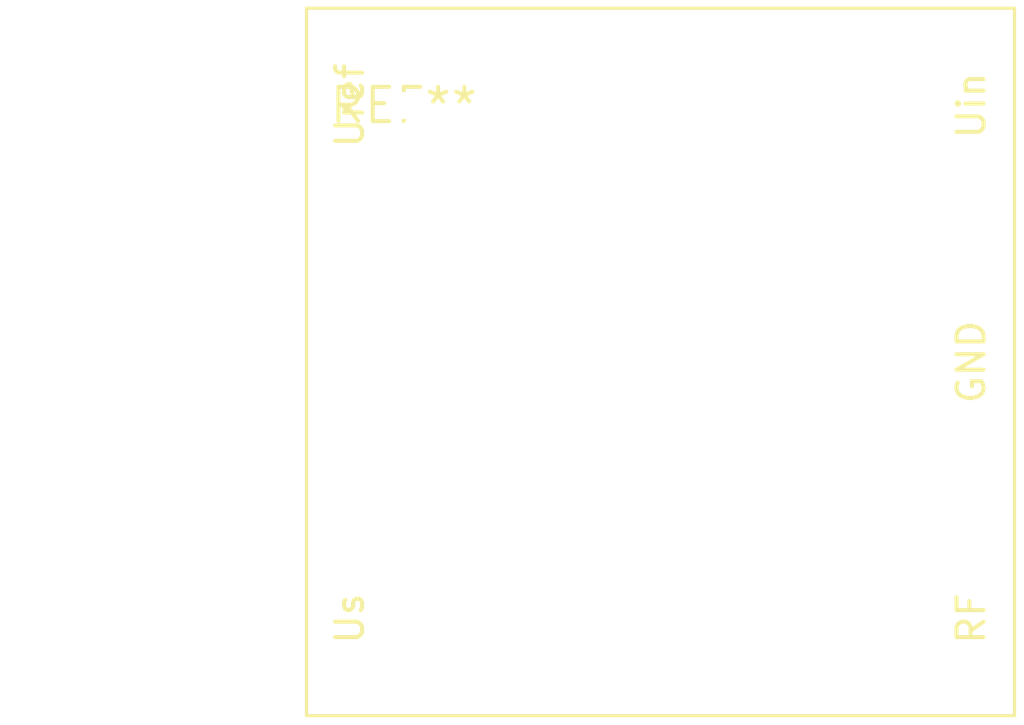
<source format=kicad_pcb>
(kicad_pcb (version 20240108) (generator pcbnew)
  (layers (0 "F.Cu" signal) (31 "B.Cu" signal) (34 "B.Paste" user) (35 "F.Paste" user) (36 "B.SilkS" user "B.Silkscreen") (37 "F.SilkS" user "F.Silkscreen") (38 "B.Mask" user) (39 "F.Mask" user) (44 "Edge.Cuts" user))
  (net 0 "")
  (footprint "Oscillator_OCXO_Morion_MV317" (layer "F.Cu") (at 0 0)
    (property "Reference" "REF**")
    (property "Value" "Oscillator_OCXO_Morion_MV317")
    (fp_line (start -3.6 -3.6) (end -3.6 22.6) (layer "F.SilkS") (stroke (width 0.12)))
    (fp_line (start -3.6 22.6) (end 22.6 22.6) (layer "F.SilkS") (stroke (width 0.12)))
    (fp_line (start 22.6 -3.6) (end -3.6 -3.6) (layer "F.SilkS") (stroke (width 0.12)))
    (fp_line (start 22.6 22.6) (end 22.6 -3.6) (layer "F.SilkS") (stroke (width 0.12)))
    (fp_text user "Uref" (at -2 0 -90) (layer "F.SilkS"))
    (fp_text user "RF" (at 21 19 -90) (layer "F.SilkS"))
    (fp_text user "Us" (at -2 19 -90) (layer "F.SilkS"))
    (fp_text user "Uin" (at 21 0 -90) (layer "F.SilkS"))
    (fp_text user "GND" (at 21 9.5 -90) (layer "F.SilkS"))
    (pad "1" thru_hole rect (at 0 0 270) (size 1.7 1.7) (drill 1) (layers *.Cu *.Mask) (remove_unused_layers))
    (pad "2" thru_hole circle (at 0 19.05 270) (size 1.7 1.7) (drill 1) (layers *.Cu *.Mask) (remove_unused_layers))
    (pad "3" thru_hole circle (at 19.05 19.05 270) (size 1.7 1.7) (drill 1) (layers *.Cu *.Mask) (remove_unused_layers))
    (pad "4" thru_hole circle (at 19.05 9.525 270) (size 1.7 1.7) (drill 1) (layers *.Cu *.Mask) (remove_unused_layers))
    (pad "5" thru_hole circle (at 19.05 0 270) (size 1.7 1.7) (drill 1) (layers *.Cu *.Mask) (remove_unused_layers))
  )
)
</source>
